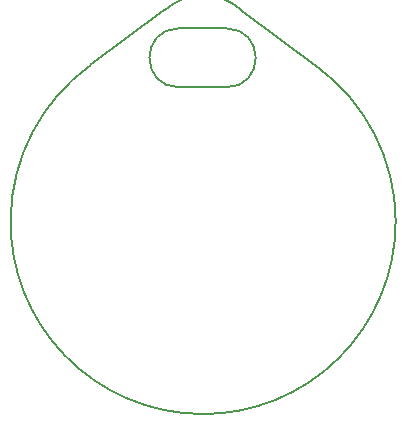
<source format=gbr>
G04 #@! TF.GenerationSoftware,KiCad,Pcbnew,(5.1.2)-2*
G04 #@! TF.CreationDate,2019-09-16T01:07:23-05:00*
G04 #@! TF.ProjectId,rfid_keychain_style_cuts,72666964-5f6b-4657-9963-6861696e5f73,rev?*
G04 #@! TF.SameCoordinates,Original*
G04 #@! TF.FileFunction,Legend,Bot*
G04 #@! TF.FilePolarity,Positive*
%FSLAX46Y46*%
G04 Gerber Fmt 4.6, Leading zero omitted, Abs format (unit mm)*
G04 Created by KiCad (PCBNEW (5.1.2)-2) date 2019-09-16 01:07:23*
%MOMM*%
%LPD*%
G04 APERTURE LIST*
%ADD10C,0.150000*%
G04 APERTURE END LIST*
D10*
X105750000Y-40250000D02*
X109750000Y-40250000D01*
X105750000Y-40250000D02*
G75*
G02X105750000Y-35250000I0J2500000D01*
G01*
X109750000Y-35250000D02*
G75*
G02X109750000Y-40250000I0J-2500000D01*
G01*
X124096819Y-51613580D02*
G75*
G02X91493064Y-51255018I-16303755J8562D01*
G01*
X98239928Y-38393277D02*
X104520216Y-33731574D01*
X104520216Y-33731574D02*
G75*
G02X111100000Y-33750000I3279785J-3618425D01*
G01*
X105750000Y-35250000D02*
X109750000Y-35250000D01*
X117390402Y-38465191D02*
X111100000Y-33750000D01*
X98246864Y-38388259D02*
G75*
G03X91500000Y-51250000I9553136J-13211741D01*
G01*
X117388745Y-38463985D02*
G75*
G02X124103757Y-51600000I-9588744J-13186014D01*
G01*
%LPC*%
M02*

</source>
